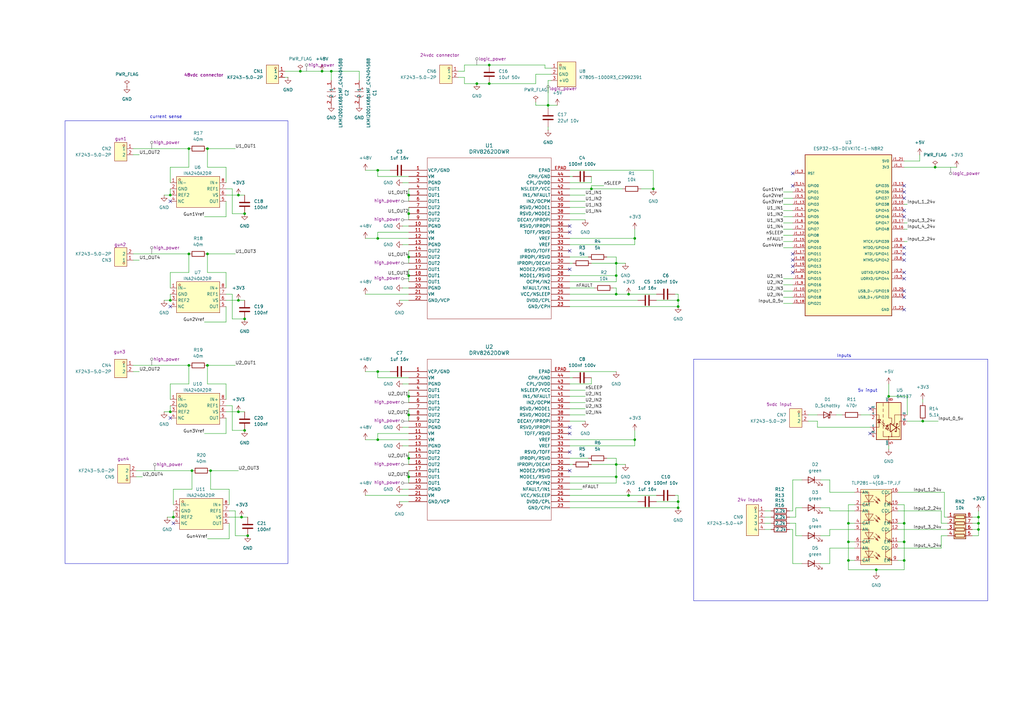
<source format=kicad_sch>
(kicad_sch (version 20250114) (generator "eeschema") (generator_version "9.0")
  (paper "A3")
  (rectangle (start 284.48 147.32) (end 405.13 246.38))
  (rectangle (start 26.67 49.53) (end 118.11 231.14))
  (text "Inputs" (at 346.202 146.05 0) (effects (font (size 1.27 1.27))))
  (text "how to add easyeda parts :\neasyeda2kicad --full --lcsc_id=(for example)C475222\nit will add it to \n/home/orkiman/Documents/Kicad/easyeda2kicad/" (at 188.214 -21.59 0) (effects (font (size 5.08 5.08))))
  (text "current sense" (at 68.072 48.006 0) (effects (font (size 1.27 1.27))))
  (text "5v input" (at 355.854 160.274 0) (effects (font (size 1.27 1.27))))
  (junction (at 252.73 113.03))
  (junction (at 347.98 222.25))
  (junction (at 154.94 69.85))
  (junction (at 195.58 34.29))
  (junction (at 252.73 190.5))
  (junction (at 77.47 149.86))
  (junction (at 347.98 229.87))
  (junction (at 167.64 170.18))
  (junction (at 252.73 107.95))
  (junction (at 267.97 77.47))
  (junction (at 278.13 123.19))
  (junction (at 85.09 149.86))
  (junction (at 359.41 233.68))
  (junction (at 401.32 214.63))
  (junction (at 69.85 168.91))
  (junction (at 69.85 80.01))
  (junction (at 167.64 162.56))
  (junction (at 401.32 212.09))
  (junction (at 97.79 80.01))
  (junction (at 252.73 120.65))
  (junction (at 383.54 68.58))
  (junction (at 69.85 123.19))
  (junction (at 154.94 152.4))
  (junction (at 167.64 80.01))
  (junction (at 167.64 87.63))
  (junction (at 167.64 195.58))
  (junction (at 101.6 219.71))
  (junction (at 257.81 203.2))
  (junction (at 86.36 193.04))
  (junction (at 132.08 29.21))
  (junction (at 200.66 34.29))
  (junction (at 370.84 222.25))
  (junction (at 78.74 193.04))
  (junction (at 167.64 105.41))
  (junction (at 154.94 97.79))
  (junction (at 97.79 123.19))
  (junction (at 364.49 162.56))
  (junction (at 100.33 87.63))
  (junction (at 100.33 176.53))
  (junction (at 370.84 229.87))
  (junction (at 278.13 125.73))
  (junction (at 278.13 205.74))
  (junction (at 167.64 187.96))
  (junction (at 401.32 217.17))
  (junction (at 278.13 208.28))
  (junction (at 100.33 130.81))
  (junction (at 167.64 113.03))
  (junction (at 260.35 180.34))
  (junction (at 224.79 43.18))
  (junction (at 135.89 29.21))
  (junction (at 242.57 77.47))
  (junction (at 99.06 212.09))
  (junction (at 370.84 214.63))
  (junction (at 200.66 26.67))
  (junction (at 257.81 120.65))
  (junction (at 97.79 168.91))
  (junction (at 378.46 172.72))
  (junction (at 123.19 29.21))
  (junction (at 85.09 60.96))
  (junction (at 85.09 104.14))
  (junction (at 77.47 60.96))
  (junction (at 252.73 195.58))
  (junction (at 260.35 97.79))
  (junction (at 154.94 180.34))
  (junction (at 77.47 104.14))
  (junction (at 71.12 212.09))
  (junction (at 347.98 214.63))
  (no_connect (at 356.87 167.64))
  (no_connect (at 370.84 81.28))
  (no_connect (at 370.84 88.9))
  (no_connect (at 370.84 121.92))
  (no_connect (at 370.84 76.2))
  (no_connect (at 325.12 76.2))
  (no_connect (at 69.85 125.73))
  (no_connect (at 370.84 106.68))
  (no_connect (at 69.85 171.45))
  (no_connect (at 370.84 86.36))
  (no_connect (at 233.68 193.04))
  (no_connect (at 370.84 101.6))
  (no_connect (at 233.68 95.25))
  (no_connect (at 233.68 185.42))
  (no_connect (at 356.87 177.8))
  (no_connect (at 325.12 104.14))
  (no_connect (at 69.85 82.55))
  (no_connect (at 233.68 110.49))
  (no_connect (at 325.12 71.12))
  (no_connect (at 233.68 177.8))
  (no_connect (at 233.68 102.87))
  (no_connect (at 370.84 119.38))
  (no_connect (at 370.84 104.14))
  (no_connect (at 370.84 114.3))
  (no_connect (at 370.84 127))
  (no_connect (at 71.12 214.63))
  (no_connect (at 370.84 111.76))
  (no_connect (at 325.12 106.68))
  (no_connect (at 233.68 92.71))
  (no_connect (at 325.12 111.76))
  (no_connect (at 233.68 175.26))
  (no_connect (at 325.12 109.22))
  (no_connect (at 370.84 78.74))
  (wire (pts (xy 233.68 69.85) (xy 267.97 69.85)))
  (wire (pts (xy 252.73 120.65) (xy 257.81 120.65)))
  (wire (pts (xy 95.25 120.65) (xy 95.25 130.81)))
  (wire (pts (xy 359.41 233.68) (xy 370.84 233.68)))
  (wire (pts (xy 233.68 180.34) (xy 260.35 180.34)))
  (wire (pts (xy 165.1 200.66) (xy 167.64 200.66)))
  (wire (pts (xy 95.25 166.37) (xy 95.25 176.53)))
  (wire (pts (xy 242.57 74.93) (xy 233.68 74.93)))
  (wire (pts (xy 190.5 29.21) (xy 190.5 26.67)))
  (wire (pts (xy 167.64 185.42) (xy 167.64 187.96)))
  (wire (pts (xy 323.85 214.63) (xy 326.39 214.63)))
  (wire (pts (xy 149.86 180.34) (xy 154.94 180.34)))
  (wire (pts (xy 54.61 106.68) (xy 57.15 106.68)))
  (wire (pts (xy 69.85 74.93) (xy 69.85 68.58)))
  (wire (pts (xy 116.84 31.75) (xy 118.11 31.75)))
  (wire (pts (xy 233.68 205.74) (xy 261.62 205.74)))
  (wire (pts (xy 233.68 195.58) (xy 252.73 195.58)))
  (wire (pts (xy 77.47 149.86) (xy 77.47 157.48)))
  (wire (pts (xy 242.57 154.94) (xy 242.57 157.48)))
  (wire (pts (xy 340.36 196.85) (xy 336.55 196.85)))
  (wire (pts (xy 323.85 212.09) (xy 326.39 212.09)))
  (wire (pts (xy 260.35 93.98) (xy 260.35 97.79)))
  (wire (pts (xy 368.3 222.25) (xy 370.84 222.25)))
  (wire (pts (xy 233.68 170.18) (xy 240.03 170.18)))
  (wire (pts (xy 135.89 29.21) (xy 147.32 29.21)))
  (wire (pts (xy 85.09 60.96) (xy 85.09 68.58)))
  (wire (pts (xy 167.64 85.09) (xy 167.64 87.63)))
  (wire (pts (xy 269.24 205.74) (xy 278.13 205.74)))
  (wire (pts (xy 325.12 217.17) (xy 325.12 231.14)))
  (wire (pts (xy 167.64 180.34) (xy 154.94 180.34)))
  (wire (pts (xy 92.71 171.45) (xy 92.71 177.8)))
  (wire (pts (xy 368.3 224.79) (xy 386.08 224.79)))
  (wire (pts (xy 187.96 31.75) (xy 190.5 31.75)))
  (wire (pts (xy 123.19 29.21) (xy 132.08 29.21)))
  (wire (pts (xy 226.06 33.02) (xy 224.79 33.02)))
  (wire (pts (xy 368.3 217.17) (xy 388.62 217.17)))
  (wire (pts (xy 350.52 224.79) (xy 340.36 224.79)))
  (wire (pts (xy 335.28 172.72) (xy 331.47 172.72)))
  (wire (pts (xy 149.86 152.4) (xy 154.94 152.4)))
  (wire (pts (xy 378.46 163.83) (xy 378.46 165.1)))
  (wire (pts (xy 77.47 60.96) (xy 77.47 68.58)))
  (wire (pts (xy 190.5 34.29) (xy 195.58 34.29)))
  (wire (pts (xy 278.13 123.19) (xy 278.13 125.73)))
  (wire (pts (xy 252.73 107.95) (xy 256.54 107.95)))
  (wire (pts (xy 78.74 193.04) (xy 78.74 200.66)))
  (wire (pts (xy 325.12 231.14) (xy 328.93 231.14)))
  (wire (pts (xy 97.79 123.19) (xy 100.33 123.19)))
  (wire (pts (xy 262.89 77.47) (xy 267.97 77.47)))
  (wire (pts (xy 252.73 198.12) (xy 252.73 195.58)))
  (wire (pts (xy 167.64 87.63) (xy 167.64 90.17)))
  (wire (pts (xy 219.71 41.91) (xy 219.71 43.18)))
  (wire (pts (xy 368.3 209.55) (xy 386.08 209.55)))
  (wire (pts (xy 149.86 203.2) (xy 167.64 203.2)))
  (wire (pts (xy 321.31 99.06) (xy 325.12 99.06)))
  (wire (pts (xy 370.84 229.87) (xy 370.84 233.68)))
  (wire (pts (xy 370.84 222.25) (xy 370.84 229.87)))
  (wire (pts (xy 233.68 120.65) (xy 252.73 120.65)))
  (wire (pts (xy 313.69 212.09) (xy 316.23 212.09)))
  (wire (pts (xy 223.52 26.67) (xy 200.66 26.67)))
  (wire (pts (xy 359.41 233.68) (xy 359.41 234.95)))
  (wire (pts (xy 165.1 175.26) (xy 167.64 175.26)))
  (wire (pts (xy 92.71 168.91) (xy 97.79 168.91)))
  (wire (pts (xy 233.68 80.01) (xy 240.03 80.01)))
  (wire (pts (xy 335.28 175.26) (xy 335.28 172.72)))
  (wire (pts (xy 368.3 214.63) (xy 370.84 214.63)))
  (wire (pts (xy 167.64 187.96) (xy 167.64 190.5)))
  (wire (pts (xy 340.36 217.17) (xy 340.36 219.71)))
  (wire (pts (xy 86.36 193.04) (xy 86.36 200.66)))
  (wire (pts (xy 233.68 208.28) (xy 278.13 208.28)))
  (wire (pts (xy 321.31 119.38) (xy 325.12 119.38)))
  (wire (pts (xy 233.68 187.96) (xy 241.3 187.96)))
  (wire (pts (xy 233.68 152.4) (xy 252.73 152.4)))
  (wire (pts (xy 350.52 207.01) (xy 347.98 207.01)))
  (wire (pts (xy 93.98 207.01) (xy 93.98 200.66)))
  (wire (pts (xy 116.84 29.21) (xy 123.19 29.21)))
  (wire (pts (xy 165.1 182.88) (xy 167.64 182.88)))
  (wire (pts (xy 167.64 72.39) (xy 154.94 72.39)))
  (wire (pts (xy 233.68 190.5) (xy 234.95 190.5)))
  (wire (pts (xy 92.71 123.19) (xy 97.79 123.19)))
  (wire (pts (xy 386.08 214.63) (xy 388.62 214.63)))
  (wire (pts (xy 248.92 187.96) (xy 252.73 187.96)))
  (wire (pts (xy 233.68 203.2) (xy 257.81 203.2)))
  (wire (pts (xy 93.98 220.98) (xy 85.09 220.98)))
  (wire (pts (xy 350.52 217.17) (xy 340.36 217.17)))
  (wire (pts (xy 325.12 209.55) (xy 325.12 196.85)))
  (wire (pts (xy 54.61 152.4) (xy 57.15 152.4)))
  (wire (pts (xy 163.83 123.19) (xy 167.64 123.19)))
  (wire (pts (xy 242.57 72.39) (xy 242.57 74.93)))
  (wire (pts (xy 92.71 80.01) (xy 97.79 80.01)))
  (wire (pts (xy 340.36 219.71) (xy 336.55 219.71)))
  (wire (pts (xy 370.84 229.87) (xy 368.3 229.87)))
  (wire (pts (xy 92.71 77.47) (xy 95.25 77.47)))
  (wire (pts (xy 69.85 120.65) (xy 69.85 123.19)))
  (wire (pts (xy 267.97 69.85) (xy 267.97 77.47)))
  (wire (pts (xy 321.31 124.46) (xy 325.12 124.46)))
  (wire (pts (xy 167.64 105.41) (xy 167.64 107.95)))
  (wire (pts (xy 257.81 120.65) (xy 269.24 120.65)))
  (wire (pts (xy 233.68 87.63) (xy 240.03 87.63)))
  (wire (pts (xy 224.79 43.18) (xy 224.79 44.45)))
  (wire (pts (xy 398.78 217.17) (xy 401.32 217.17)))
  (wire (pts (xy 321.31 83.82) (xy 325.12 83.82)))
  (wire (pts (xy 401.32 214.63) (xy 401.32 217.17)))
  (wire (pts (xy 328.93 208.28) (xy 326.39 208.28)))
  (wire (pts (xy 92.71 74.93) (xy 92.71 68.58)))
  (wire (pts (xy 347.98 229.87) (xy 347.98 233.68)))
  (wire (pts (xy 219.71 43.18) (xy 224.79 43.18)))
  (wire (pts (xy 386.08 209.55) (xy 386.08 214.63)))
  (wire (pts (xy 167.64 95.25) (xy 154.94 95.25)))
  (wire (pts (xy 276.86 203.2) (xy 278.13 203.2)))
  (wire (pts (xy 85.09 149.86) (xy 96.52 149.86)))
  (wire (pts (xy 321.31 101.6) (xy 325.12 101.6)))
  (wire (pts (xy 226.06 27.94) (xy 223.52 27.94)))
  (wire (pts (xy 93.98 200.66) (xy 86.36 200.66)))
  (wire (pts (xy 260.35 176.53) (xy 260.35 180.34)))
  (wire (pts (xy 167.64 154.94) (xy 154.94 154.94)))
  (wire (pts (xy 165.1 74.93) (xy 167.64 74.93)))
  (wire (pts (xy 368.3 207.01) (xy 370.84 207.01)))
  (wire (pts (xy 387.35 201.93) (xy 387.35 212.09)))
  (wire (pts (xy 233.68 82.55) (xy 240.03 82.55)))
  (wire (pts (xy 370.84 214.63) (xy 370.84 222.25)))
  (wire (pts (xy 234.95 72.39) (xy 233.68 72.39)))
  (wire (pts (xy 190.5 31.75) (xy 190.5 34.29)))
  (wire (pts (xy 97.79 80.01) (xy 100.33 80.01)))
  (wire (pts (xy 386.08 224.79) (xy 386.08 219.71)))
  (wire (pts (xy 242.57 76.2) (xy 247.65 76.2)))
  (wire (pts (xy 233.68 97.79) (xy 260.35 97.79)))
  (wire (pts (xy 167.64 113.03) (xy 167.64 115.57)))
  (wire (pts (xy 167.64 193.04) (xy 167.64 195.58)))
  (wire (pts (xy 252.73 105.41) (xy 252.73 107.95)))
  (wire (pts (xy 326.39 214.63) (xy 326.39 219.71)))
  (wire (pts (xy 195.58 34.29) (xy 200.66 34.29)))
  (wire (pts (xy 364.49 157.48) (xy 364.49 162.56)))
  (wire (pts (xy 242.57 76.2) (xy 242.57 77.47)))
  (wire (pts (xy 233.68 100.33) (xy 260.35 100.33)))
  (wire (pts (xy 233.68 200.66) (xy 238.76 200.66)))
  (wire (pts (xy 68.58 212.09) (xy 71.12 212.09)))
  (wire (pts (xy 167.64 177.8) (xy 154.94 177.8)))
  (wire (pts (xy 278.13 120.65) (xy 278.13 123.19)))
  (wire (pts (xy 147.32 33.02) (xy 147.32 29.21)))
  (wire (pts (xy 347.98 207.01) (xy 347.98 214.63)))
  (wire (pts (xy 71.12 209.55) (xy 71.12 212.09)))
  (wire (pts (xy 350.52 222.25) (xy 347.98 222.25)))
  (wire (pts (xy 233.68 85.09) (xy 240.03 85.09)))
  (wire (pts (xy 242.57 157.48) (xy 233.68 157.48)))
  (wire (pts (xy 321.31 96.52) (xy 325.12 96.52)))
  (wire (pts (xy 233.68 165.1) (xy 240.03 165.1)))
  (wire (pts (xy 219.71 34.29) (xy 200.66 34.29)))
  (wire (pts (xy 97.79 168.91) (xy 100.33 168.91)))
  (wire (pts (xy 95.25 130.81) (xy 100.33 130.81)))
  (wire (pts (xy 372.11 172.72) (xy 378.46 172.72)))
  (wire (pts (xy 54.61 104.14) (xy 77.47 104.14)))
  (wire (pts (xy 233.68 107.95) (xy 234.95 107.95)))
  (wire (pts (xy 54.61 60.96) (xy 77.47 60.96)))
  (wire (pts (xy 233.68 172.72) (xy 240.03 172.72)))
  (wire (pts (xy 92.71 125.73) (xy 92.71 132.08)))
  (wire (pts (xy 368.3 201.93) (xy 387.35 201.93)))
  (wire (pts (xy 92.71 82.55) (xy 92.71 88.9)))
  (wire (pts (xy 335.28 175.26) (xy 356.87 175.26)))
  (wire (pts (xy 342.9 170.18) (xy 345.44 170.18)))
  (wire (pts (xy 233.68 167.64) (xy 240.03 167.64)))
  (wire (pts (xy 364.49 162.56) (xy 372.11 162.56)))
  (wire (pts (xy 85.09 60.96) (xy 96.52 60.96)))
  (wire (pts (xy 71.12 207.01) (xy 71.12 200.66)))
  (wire (pts (xy 132.08 29.21) (xy 135.89 29.21)))
  (wire (pts (xy 321.31 93.98) (xy 325.12 93.98)))
  (wire (pts (xy 233.68 198.12) (xy 252.73 198.12)))
  (wire (pts (xy 95.25 87.63) (xy 100.33 87.63)))
  (wire (pts (xy 347.98 214.63) (xy 347.98 222.25)))
  (wire (pts (xy 167.64 162.56) (xy 167.64 165.1)))
  (wire (pts (xy 233.68 182.88) (xy 260.35 182.88)))
  (wire (pts (xy 233.68 77.47) (xy 242.57 77.47)))
  (wire (pts (xy 67.31 123.19) (xy 69.85 123.19)))
  (wire (pts (xy 226.06 30.48) (xy 219.71 30.48)))
  (wire (pts (xy 260.35 97.79) (xy 260.35 100.33)))
  (wire (pts (xy 340.36 231.14) (xy 336.55 231.14)))
  (wire (pts (xy 92.71 166.37) (xy 95.25 166.37)))
  (wire (pts (xy 154.94 97.79) (xy 154.94 95.25)))
  (wire (pts (xy 154.94 69.85) (xy 154.94 72.39)))
  (wire (pts (xy 93.98 214.63) (xy 93.98 220.98)))
  (wire (pts (xy 167.64 170.18) (xy 167.64 172.72)))
  (wire (pts (xy 160.02 69.85) (xy 154.94 69.85)))
  (wire (pts (xy 377.19 66.04) (xy 370.84 66.04)))
  (wire (pts (xy 323.85 217.17) (xy 325.12 217.17)))
  (wire (pts (xy 350.52 209.55) (xy 340.36 209.55)))
  (wire (pts (xy 331.47 170.18) (xy 335.28 170.18)))
  (wire (pts (xy 93.98 209.55) (xy 96.52 209.55)))
  (wire (pts (xy 165.1 118.11) (xy 167.64 118.11)))
  (wire (pts (xy 95.25 176.53) (xy 100.33 176.53)))
  (wire (pts (xy 372.11 162.56) (xy 372.11 170.18)))
  (wire (pts (xy 350.52 201.93) (xy 340.36 201.93)))
  (wire (pts (xy 69.85 163.83) (xy 69.85 157.48)))
  (wire (pts (xy 321.31 81.28) (xy 325.12 81.28)))
  (wire (pts (xy 233.68 90.17) (xy 240.03 90.17)))
  (wire (pts (xy 252.73 115.57) (xy 252.73 113.03)))
  (wire (pts (xy 149.86 97.79) (xy 154.94 97.79)))
  (wire (pts (xy 233.68 160.02) (xy 240.03 160.02)))
  (wire (pts (xy 321.31 88.9) (xy 325.12 88.9)))
  (wire (pts (xy 340.36 208.28) (xy 336.55 208.28)))
  (wire (pts (xy 167.64 167.64) (xy 167.64 170.18)))
  (wire (pts (xy 392.43 68.58) (xy 383.54 68.58)))
  (wire (pts (xy 154.94 152.4) (xy 154.94 154.94)))
  (wire (pts (xy 233.68 113.03) (xy 252.73 113.03)))
  (wire (pts (xy 398.78 214.63) (xy 401.32 214.63)))
  (wire (pts (xy 321.31 114.3) (xy 325.12 114.3)))
  (wire (pts (xy 69.85 68.58) (xy 77.47 68.58)))
  (wire (pts (xy 167.64 195.58) (xy 167.64 198.12)))
  (wire (pts (xy 401.32 217.17) (xy 401.32 219.71)))
  (wire (pts (xy 234.95 154.94) (xy 233.68 154.94)))
  (wire (pts (xy 233.68 125.73) (xy 278.13 125.73)))
  (wire (pts (xy 92.71 120.65) (xy 95.25 120.65)))
  (wire (pts (xy 260.35 180.34) (xy 260.35 182.88)))
  (wire (pts (xy 69.85 77.47) (xy 69.85 80.01)))
  (wire (pts (xy 165.1 157.48) (xy 167.64 157.48)))
  (wire (pts (xy 92.71 163.83) (xy 92.71 157.48)))
  (wire (pts (xy 167.64 77.47) (xy 167.64 80.01)))
  (wire (pts (xy 242.57 77.47) (xy 255.27 77.47)))
  (wire (pts (xy 71.12 200.66) (xy 78.74 200.66)))
  (wire (pts (xy 326.39 208.28) (xy 326.39 212.09)))
  (wire (pts (xy 313.69 217.17) (xy 316.23 217.17)))
  (wire (pts (xy 92.71 111.76) (xy 85.09 111.76)))
  (wire (pts (xy 313.69 214.63) (xy 316.23 214.63)))
  (wire (pts (xy 323.85 209.55) (xy 325.12 209.55)))
  (wire (pts (xy 370.84 91.44) (xy 372.11 91.44)))
  (wire (pts (xy 398.78 212.09) (xy 401.32 212.09)))
  (wire (pts (xy 69.85 111.76) (xy 77.47 111.76)))
  (wire (pts (xy 233.68 115.57) (xy 252.73 115.57)))
  (wire (pts (xy 401.32 212.09) (xy 401.32 214.63)))
  (wire (pts (xy 252.73 118.11) (xy 252.73 120.65)))
  (wire (pts (xy 167.64 97.79) (xy 154.94 97.79)))
  (wire (pts (xy 92.71 132.08) (xy 83.82 132.08)))
  (wire (pts (xy 370.84 99.06) (xy 372.11 99.06)))
  (wire (pts (xy 54.61 149.86) (xy 77.47 149.86)))
  (wire (pts (xy 55.88 195.58) (xy 58.42 195.58)))
  (wire (pts (xy 92.71 157.48) (xy 85.09 157.48)))
  (wire (pts (xy 93.98 212.09) (xy 99.06 212.09)))
  (wire (pts (xy 370.84 83.82) (xy 372.11 83.82)))
  (wire (pts (xy 69.85 157.48) (xy 77.47 157.48)))
  (wire (pts (xy 67.31 80.01) (xy 69.85 80.01)))
  (wire (pts (xy 69.85 166.37) (xy 69.85 168.91)))
  (wire (pts (xy 85.09 104.14) (xy 85.09 111.76)))
  (wire (pts (xy 326.39 219.71) (xy 328.93 219.71)))
  (wire (pts (xy 242.57 190.5) (xy 252.73 190.5)))
  (wire (pts (xy 386.08 219.71) (xy 388.62 219.71)))
  (wire (pts (xy 167.64 110.49) (xy 167.64 113.03)))
  (wire (pts (xy 135.89 29.21) (xy 135.89 33.02)))
  (wire (pts (xy 340.36 209.55) (xy 340.36 208.28)))
  (wire (pts (xy 278.13 205.74) (xy 278.13 208.28)))
  (wire (pts (xy 398.78 219.71) (xy 401.32 219.71)))
  (wire (pts (xy 359.41 233.68) (xy 347.98 233.68)))
  (wire (pts (xy 187.96 29.21) (xy 190.5 29.21)))
  (wire (pts (xy 219.71 30.48) (xy 219.71 34.29)))
  (wire (pts (xy 224.79 33.02) (xy 224.79 43.18)))
  (wire (pts (xy 347.98 222.25) (xy 347.98 229.87)))
  (wire (pts (xy 67.31 168.91) (xy 69.85 168.91)))
  (wire (pts (xy 370.84 207.01) (xy 370.84 214.63)))
  (wire (pts (xy 387.35 212.09) (xy 388.62 212.09)))
  (wire (pts (xy 149.86 120.65) (xy 167.64 120.65)))
  (wire (pts (xy 313.69 209.55) (xy 316.23 209.55)))
  (wire (pts (xy 252.73 190.5) (xy 252.73 195.58)))
  (wire (pts (xy 276.86 120.65) (xy 278.13 120.65)))
  (wire (pts (xy 54.61 63.5) (xy 57.15 63.5)))
  (wire (pts (xy 190.5 26.67) (xy 200.66 26.67)))
  (wire (pts (xy 86.36 193.04) (xy 97.79 193.04)))
  (wire (pts (xy 242.57 107.95) (xy 252.73 107.95)))
  (wire (pts (xy 167.64 160.02) (xy 167.64 162.56)))
  (wire (pts (xy 223.52 27.94) (xy 223.52 26.67)))
  (wire (pts (xy 251.46 118.11) (xy 252.73 118.11)))
  (wire (pts (xy 167.64 102.87) (xy 167.64 105.41)))
  (wire (pts (xy 321.31 86.36) (xy 325.12 86.36)))
  (wire (pts (xy 85.09 149.86) (xy 85.09 157.48)))
  (wire (pts (xy 96.52 219.71) (xy 101.6 219.71)))
  (wire (pts (xy 149.86 69.85) (xy 154.94 69.85)))
  (wire (pts (xy 340.36 224.79) (xy 340.36 231.14)))
  (wire (pts (xy 340.36 201.93) (xy 340.36 196.85)))
  (wire (pts (xy 163.83 205.74) (xy 167.64 205.74)))
  (wire (pts (xy 69.85 118.11) (xy 69.85 111.76)))
  (wire (pts (xy 233.68 162.56) (xy 240.03 162.56)))
  (wire (pts (xy 99.06 212.09) (xy 101.6 212.09)))
  (wire (pts (xy 92.71 118.11) (xy 92.71 111.76)))
  (wire (pts (xy 401.32 209.55) (xy 401.32 212.09)))
  (wire (pts (xy 165.1 92.71) (xy 167.64 92.71)))
  (wire (pts (xy 321.31 78.74) (xy 325.12 78.74)))
  (wire (pts (xy 252.73 190.5) (xy 256.54 190.5)))
  (wire (pts (xy 167.64 80.01) (xy 167.64 82.55)))
  (wire (pts (xy 154.94 180.34) (xy 154.94 177.8)))
  (wire (pts (xy 325.12 196.85) (xy 328.93 196.85)))
  (wire (pts (xy 224.79 43.18) (xy 228.6 43.18)))
  (wire (pts (xy 321.31 116.84) (xy 325.12 116.84)))
  (wire (pts (xy 252.73 187.96) (xy 252.73 190.5)))
  (wire (pts (xy 95.25 77.47) (xy 95.25 87.63)))
  (wire (pts (xy 55.88 193.04) (xy 78.74 193.04)))
  (wire (pts (xy 224.79 52.07) (xy 224.79 53.34)))
  (wire (pts (xy 248.92 105.41) (xy 252.73 105.41)))
  (wire (pts (xy 85.09 104.14) (xy 96.52 104.14)))
  (wire (pts (xy 77.47 104.14) (xy 77.47 111.76)))
  (wire (pts (xy 378.46 172.72) (xy 384.81 172.72)))
  (wire (pts (xy 377.19 63.5) (xy 377.19 66.04)))
  (wire (pts (xy 278.13 203.2) (xy 278.13 205.74)))
  (wire (pts (xy 233.68 105.41) (xy 241.3 105.41)))
  (wire (pts (xy 321.31 91.44) (xy 325.12 91.44)))
  (wire (pts (xy 383.54 68.58) (xy 370.84 68.58)))
  (wire (pts (xy 353.06 170.18) (xy 356.87 170.18)))
  (wire (pts (xy 96.52 209.55) (xy 96.52 219.71)))
  (wire (pts (xy 243.84 118.11) (xy 233.68 118.11)))
  (wire (pts (xy 257.81 203.2) (xy 269.24 203.2)))
  (wire (pts (xy 350.52 214.63) (xy 347.98 214.63)))
  (wire (pts (xy 165.1 100.33) (xy 167.64 100.33)))
  (wire (pts (xy 370.84 93.98) (xy 372.11 93.98)))
  (wire (pts (xy 92.71 68.58) (xy 85.09 68.58)))
  (wire (pts (xy 269.24 123.19) (xy 278.13 123.19)))
  (wire (pts (xy 364.49 182.88) (xy 364.49 184.15)))
  (wire (pts (xy 92.71 88.9) (xy 83.82 88.9)))
  (wire (pts (xy 350.52 229.87) (xy 347.98 229.87)))
  (wire (pts (xy 92.71 177.8) (xy 83.82 177.8)))
  (wire (pts (xy 160.02 152.4) (xy 154.94 152.4)))
  (wire (pts (xy 321.31 121.92) (xy 325.12 121.92)))
  (wire (pts (xy 252.73 107.95) (xy 252.73 113.03)))
  (wire (pts (xy 233.68 123.19) (xy 261.62 123.19)))
  (label "U2_OUT2" (at 57.15 152.4 0))
  (label "U2_OUT3" (at 167.64 195.58 180))
  (label "U1_OUT2" (at 57.15 63.5 0))
  (label "Input_1_24v" (at 372.11 83.82 0))
  (label "Gun1Vref" (at 321.31 78.74 180))
  (label "Gun4Vref" (at 85.09 220.98 180))
  (label "Input_2_24v" (at 372.11 99.06 0))
  (label "nSLEEP" (at 240.03 160.02 0))
  (label "U2_IN1" (at 240.03 162.56 0))
  (label "Input_2_24v" (at 374.65 209.55 0))
  (label "U2_IN4" (at 321.31 121.92 180))
  (label "Input_0_5v" (at 384.81 172.72 0))
  (label "Gun2Vref" (at 83.82 132.08 180))
  (label "U1_IN3" (at 321.31 91.44 180))
  (label "nFAULT" (at 321.31 99.06 180))
  (label "nFAULT" (at 238.76 200.66 0))
  (label "U1_OUT4" (at 57.15 106.68 0))
  (label "U1_IN2" (at 240.03 82.55 0))
  (label "U1_IN1" (at 240.03 80.01 0))
  (label "U1_IN4" (at 321.31 93.98 180))
  (label "U2_IN3" (at 240.03 167.64 0))
  (label "Gun1Vref" (at 83.82 88.9 180))
  (label "U1_IN4" (at 240.03 87.63 0))
  (label "nSLEEP" (at 247.65 76.2 0))
  (label "U2_OUT1" (at 167.64 162.56 180))
  (label "U2_IN2" (at 321.31 116.84 180))
  (label "U2_IN4" (at 240.03 170.18 0))
  (label "U2_IN3" (at 321.31 119.38 180))
  (label "Gun3Vref" (at 321.31 83.82 180))
  (label "U2_IN2" (at 240.03 165.1 0))
  (label "U2_OUT2" (at 167.64 170.18 180))
  (label "U1_IN3" (at 240.03 85.09 0))
  (label "U1_OUT1" (at 167.64 80.01 180))
  (label "U1_IN2" (at 321.31 88.9 180))
  (label "U1_OUT2" (at 167.64 87.63 180))
  (label "U1_OUT3" (at 167.64 113.03 180))
  (label "Input_1_24v" (at 374.65 201.93 0))
  (label "U2_OUT4" (at 167.64 187.96 180))
  (label "U1_OUT3" (at 96.52 104.14 0))
  (label "U1_OUT1" (at 96.52 60.96 0))
  (label "Input_3_24v" (at 374.65 217.17 0))
  (label "Input_0_5v" (at 321.31 124.46 180))
  (label "nSLEEP" (at 321.31 96.52 180))
  (label "U1_OUT4" (at 167.64 105.41 180))
  (label "Input_4_24v" (at 374.65 224.79 0))
  (label "U1_IN1" (at 321.31 86.36 180))
  (label "Gun2Vref" (at 321.31 81.28 180))
  (label "Input_3_24v" (at 372.11 91.44 0))
  (label "U2_OUT1" (at 96.52 149.86 0))
  (label "U2_OUT3" (at 97.79 193.04 0))
  (label "Input_4_24v" (at 372.11 93.98 0))
  (label "nFAULT" (at 236.22 118.11 0))
  (label "Gun4Vref" (at 321.31 101.6 180))
  (label "U2_IN1" (at 321.31 114.3 180))
  (label "Gun3Vref" (at 83.82 177.8 180))
  (label "U2_OUT4" (at 58.42 195.58 0))
  (netclass_flag "" (length 2.54) (shape round) (at 167.64 82.55 90) (property "Netclass" "high_power" (at 153.416 82.296 0) (effects (justify left))))
  (netclass_flag "" (length 2.54) (shape round) (at 224.79 38.1 0) (property "Netclass" "logic_power" (at 225.298 36.322 0) (effects (justify left))))
  (netclass_flag "" (length 2.54) (shape round) (at 167.64 114.3 90) (property "Netclass" "high_power" (at 153.416 114.046 0) (effects (justify left))))
  (netclass_flag "" (length 2.54) (shape round) (at 167.64 90.17 90) (property "Netclass" "high_power" (at 153.416 89.916 0) (effects (justify left))))
  (netclass_flag "" (length 2.54) (shape round) (at 62.23 60.96 0) (property "Netclass" "high_power" (at 62.9285 58.42 0) (effects (justify left))))
  (netclass_flag "" (length 2.54) (shape round) (at 167.64 172.72 90) (property "Netclass" "high_power" (at 153.416 172.466 0) (effects (justify left))))
  (netclass_flag "" (length 2.54) (shape round) (at 167.64 198.12 90) (property "Netclass" "high_power" (at 153.416 197.866 0) (effects (justify left))))
  (netclass_flag "" (length 2.54) (shape round) (at 167.64 107.95 90) (property "Netclass" "high_power" (at 153.416 107.696 0) (effects (justify left))))
  (netclass_flag "" (length 2.54) (shape round) (at 62.23 149.86 0) (property "Netclass" "high_power" (at 62.9285 147.32 0) (effects (justify left))))
  (netclass_flag "" (length 2.54) (shape round) (at 389.89 68.58 180) (property "Netclass" "logic_power" (at 390.5885 71.12 0) (effects (justify left))))
  (netclass_flag "" (length 2.54) (shape round) (at 167.64 190.5 90) (property "Netclass" "high_power" (at 153.416 190.246 0) (effects (justify left))))
  (netclass_flag "" (length 2.54) (shape round) (at 195.58 26.67 0) (property "Netclass" "logic_power" (at 196.2785 24.13 0) (effects (justify left))))
  (netclass_flag "" (length 2.54) (shape round) (at 125.73 29.21 0) (property "Netclass" "high_power" (at 126.4285 26.67 0) (effects (justify left))))
  (netclass_flag "" (length 2.54) (shape round) (at 62.23 104.14 0) (property "Netclass" "high_power" (at 62.9285 101.6 0) (effects (justify left))))
  (netclass_flag "" (length 2.54) (shape round) (at 167.64 165.1 90) (property "Netclass" "high_power" (at 153.416 164.846 0) (effects (justify left))))
  (netclass_flag "" (length 2.54) (shape round) (at 63.5 193.04 0) (property "Netclass" "high_power" (at 64.1985 190.5 0) (effects (justify left))))
  (symbol (lib_id "Device:R") (at 320.04 209.55 90) (unit 1)
    (property "Reference" "R12" (at 319.786 200.66 90))
    (property "Value" "2.2k" (at 320.04 209.55 90))
    (property "Footprint" "Resistor_SMD:R_1206_3216Metric" (effects (hide yes)))
    (property "Description" "Resistor" (effects (hide yes)))
  )
  (symbol (lib_id "power:GND") (at 252.73 152.4 0) (unit 1)
    (property "Reference" "#PWR027" (effects (hide yes)))
    (property "Value" "GND" (at 252.73 157.48 0))
    (property "Description" "Power symbol creates a global label with name \"GND\" , ground" (effects (hide yes)))
  )
  (symbol (lib_id "Device:LED") (at 332.74 208.28 0) (mirror y) (unit 1)
    (property "Reference" "D3" (at 334.3275 201.93 0))
    (property "Value" "green" (at 334.3275 204.47 0))
    (property "Footprint" "LED_SMD:LED_0805_2012Metric" (effects (hide yes)))
    (property "Description" "Light emitting diode" (effects (hide yes)))
    (property "Sim.Pins" "1=K 2=A" (effects (hide yes)))
    (property "lcsc" "C2297" (effects (hide yes)))
  )
  (symbol (lib_id "Device:R") (at 245.11 187.96 90) (unit 1)
    (property "Reference" "R6" (at 245.11 181.61 90))
    (property "Value" "5k" (at 245.11 184.15 90))
    (property "Footprint" "Resistor_SMD:R_0603_1608Metric" (effects (hide yes)))
    (property "Description" "Resistor" (effects (hide yes)))
  )
  (symbol (lib_id "power:+5V") (at 228.6 43.18 0) (unit 1)
    (property "Reference" "#PWR044" (effects (hide yes)))
    (property "Value" "+5V" (at 228.6 38.1 0))
    (property "Description" "Power symbol creates a global label with name \"+5V\"" (effects (hide yes)))
  )
  (symbol (lib_id "power:GND") (at 101.6 219.71 0) (unit 1)
    (property "Reference" "#PWR060" (effects (hide yes)))
    (property "Value" "GND" (at 101.6 224.79 0))
    (property "Description" "Power symbol creates a global label with name \"GND\" , ground" (effects (hide yes)))
  )
  (symbol (lib_id "power:GND") (at 165.1 118.11 270) (unit 1)
    (property "Reference" "#PWR047" (effects (hide yes)))
    (property "Value" "GND" (at 161.29 118.1099 90) (effects (justify right)))
    (property "Description" "Power symbol creates a global label with name \"GND\" , ground" (effects (hide yes)))
  )
  (symbol (lib_id "power:GND") (at 118.11 31.75 0) (unit 1)
    (property "Reference" "#PWR08" (effects (hide yes)))
    (property "Value" "GND" (at 118.11 36.83 0))
    (property "Description" "Power symbol creates a global label with name \"GND\" , ground" (effects (hide yes)))
  )
  (symbol (lib_id "power:GND") (at 278.13 208.28 0) (unit 1)
    (property "Reference" "#PWR025" (effects (hide yes)))
    (property "Value" "GND" (at 278.13 213.36 0))
    (property "Description" "Power symbol creates a global label with name \"GND\" , ground" (effects (hide yes)))
  )
  (symbol (lib_id "power:PWR_FLAG") (at 52.07 35.56 0) (unit 1)
    (property "Reference" "#FLG02" (effects (hide yes)))
    (property "Value" "PWR_FLAG" (at 52.07 30.48 0))
    (property "Description" "Special symbol for telling ERC where power comes from" (effects (hide yes)))
  )
  (symbol (lib_id "Device:R_Pack04") (at 393.7 217.17 270) (unit 1)
    (property "Reference" "RN2" (at 393.7 205.74 90))
    (property "Value" "10k" (at 393.7 208.28 90))
    (property "Footprint" "Resistor_SMD:R_Array_Convex_4x0603" (effects (hide yes)))
    (property "Description" "4 resistor network, parallel topology" (effects (hide yes)))
  )
  (symbol (lib_id "power:GND") (at 100.33 87.63 0) (unit 1)
    (property "Reference" "#PWR039" (effects (hide yes)))
    (property "Value" "GND" (at 100.33 92.71 0))
    (property "Description" "Power symbol creates a global label with name \"GND\" , ground" (effects (hide yes)))
  )
  (symbol (lib_id "power:PWR_FLAG") (at 123.19 29.21 0) (unit 1)
    (property "Reference" "#FLG01" (effects (hide yes)))
    (property "Value" "PWR_FLAG" (at 123.19 24.13 0))
    (property "Description" "Special symbol for telling ERC where power comes from" (effects (hide yes)))
  )
  (symbol (lib_id "power:PWR_FLAG") (at 219.71 41.91 0) (unit 1)
    (property "Reference" "#FLG03" (effects (hide yes)))
    (property "Value" "PWR_FLAG" (at 219.71 36.83 0))
    (property "Description" "Special symbol for telling ERC where power comes from" (effects (hide yes)))
  )
  (symbol (lib_id "Device:R") (at 320.04 217.17 90) (unit 1)
    (property "Reference" "R16" (at 319.786 207.264 90))
    (property "Value" "2.2k" (at 320.294 217.17 90))
    (property "Footprint" "Resistor_SMD:R_1206_3216Metric" (effects (hide yes)))
    (property "Description" "Resistor" (effects (hide yes)))
  )
  (symbol (lib_id "Device:D_Schottky") (at 339.09 170.18 0) (mirror y) (unit 1)
    (property "Reference" "D1" (at 339.4075 163.83 0))
    (property "Value" "D_Schottky" (at 339.4075 166.37 0))
    (property "Footprint" "Package_TO_SOT_SMD:SOT-23" (effects (hide yes)))
    (property "Description" "Schottky diode" (effects (hide yes)))
    (property "lcsc" "C85084" (effects (hide yes)))
  )
  (symbol (lib_id "easyeda2kicad:KF243-5.0-2P") (at 49.53 151.13 0) (mirror y) (unit 1)
    (property "Reference" "CN4" (at 45.72 149.8599 0) (effects (justify left)))
    (property "Value" "KF243-5.0-2P" (at 45.72 152.3999 0) (effects (justify left)))
    (property "Footprint" "easyeda2kicad:CONN-TH_P5.00_KF243-5.0-2P" (effects (hide yes)))
    (property "Datasheet" "https://lcsc.com/product-detail/New-Quadratic-Unclassified-Data_Cixi-Kefa-Elec-KF243-5-0-2P_C475222.html" (effects (hide yes)))
    (property "Description" "gun3" (at 49.022 144.272 0))
    (property "LCSC Part" "C475222" (effects (hide yes)))
  )
  (symbol (lib_id "power:GND") (at 147.32 43.18 0) (unit 1)
    (property "Reference" "#PWR05" (effects (hide yes)))
    (property "Value" "GND" (at 147.32 48.26 0))
    (property "Description" "Power symbol creates a global label with name \"GND\" , ground" (effects (hide yes)))
  )
  (symbol (lib_id "power:GND") (at 195.58 34.29 0) (unit 1)
    (property "Reference" "#PWR041" (effects (hide yes)))
    (property "Value" "GND" (at 195.58 39.37 0))
    (property "Description" "Power symbol creates a global label with name \"GND\" , ground" (effects (hide yes)))
  )
  (symbol (lib_id "power:+5V") (at 377.19 63.5 0) (unit 1)
    (property "Reference" "#PWR043" (effects (hide yes)))
    (property "Value" "+5V" (at 377.19 58.42 0))
    (property "Description" "Power symbol creates a global label with name \"+5V\"" (effects (hide yes)))
  )
  (symbol (lib_id "power:GND") (at 359.41 234.95 0) (unit 1)
    (property "Reference" "#PWR045" (effects (hide yes)))
    (property "Value" "GND" (at 359.41 240.03 0))
    (property "Description" "Power symbol creates a global label with name \"GND\" , ground" (effects (hide yes)))
  )
  (symbol (lib_id "ESP32-S3-DEVKITC-1-N8R2:ESP32-S3-DEVKITC-1-N8R2") (at 347.98 96.52 0) (unit 1)
    (property "Reference" "U3" (at 347.98 58.42 0))
    (property "Value" "ESP32-S3-DEVKITC-1-N8R2" (at 347.98 60.96 0))
    (property "Footprint" "ESP32-S3-DEVKITC-1-N8R2:XCVR_ESP32-S3-DEVKITC-1-N8R2" (effects (hide yes)))
    (property "MF" "Espressif Systems" (effects (hide yes)))
    (property "Description_1" "WiFi Development Tools - 802.11 ESP32-S3 general-purpose development board, embeds ESP32-S3-WROOM-1-N8R2, with pin header" (effects (hide yes)))
    (property "Package" "None" (effects (hide yes)))
    (property "Price" "None" (effects (hide yes)))
    (property "Check_prices" "https://www.snapeda.com/parts/ESP32-S3-DEVKITC-1-N8R2/Espressif+Systems/view-part/?ref=eda" (effects (hide yes)))
    (property "STANDARD" "Manufacturer Recommendations" (effects (hide yes)))
    (property "PARTREV" "V1" (effects (hide yes)))
    (property "SnapEDA_Link" "https://www.snapeda.com/parts/ESP32-S3-DEVKITC-1-N8R2/Espressif+Systems/view-part/?ref=snap" (effects (hide yes)))
    (property "MP" "ESP32-S3-DEVKITC-1-N8R2" (effects (hide yes)))
    (property "Availability" "In Stock" (effects (hide yes)))
    (property "MANUFACTURER" "Espressif" (effects (hide yes)))
  )
  (symbol (lib_id "easyeda2kicad:K7805-1000R3_C2992391") (at 232.41 30.48 0) (unit 1)
    (property "Reference" "U8" (at 237.49 29.2099 0) (effects (justify left)))
    (property "Value" "K7805-1000R3_C2992391" (at 237.49 31.7499 0) (effects (justify left)))
    (property "Footprint" "easyeda2kicad:PWRM-TH_YLPTEC_K78XX-1000R3" (effects (hide yes)))
    (property "LCSC Part" "C2992391" (effects (hide yes)))
  )
  (symbol (lib_id "easyeda2kicad:LKMI2001K681MF_C42404588") (at 147.32 38.1 270) (unit 1)
    (property "Reference" "C1" (at 153.67 38.1 0))
    (property "Value" "LKMI2001K681MF_C42404588" (at 151.13 38.1 0))
    (property "Footprint" "easyeda2kicad:CAP-TH_BD16.0-P7.50-D0.8-FD" (effects (hide yes)))
    (property "LCSC Part" "C42404588" (effects (hide yes)))
  )
  (symbol (lib_id "power:GND") (at 240.03 172.72 0) (unit 1)
    (property "Reference" "#PWR020" (effects (hide yes)))
    (property "Value" "GND" (at 240.03 177.8 0))
    (property "Description" "Power symbol creates a global label with name \"GND\" , ground" (effects (hide yes)))
  )
  (symbol (lib_id "Device:R") (at 245.11 105.41 90) (unit 1)
    (property "Reference" "R4" (at 245.11 99.06 90))
    (property "Value" "5k" (at 245.11 101.6 90))
    (property "Footprint" "Resistor_SMD:R_0603_1608Metric" (effects (hide yes)))
    (property "Description" "Resistor" (effects (hide yes)))
  )
  (symbol (lib_id "easyeda2kicad:INA240A2DR") (at 81.28 78.74 0) (unit 1)
    (property "Reference" "U6" (at 81.026 68.58 0))
    (property "Value" "INA240A2DR" (at 81.026 71.12 0))
    (property "Footprint" "easyeda2kicad:SOIC-8_L4.9-W3.9-P1.27-LS6.0-BL" (effects (hide yes)))
    (property "LCSC Part" "C2060768" (effects (hide yes)))
  )
  (symbol (lib_id "Device:C") (at 100.33 172.72 0) (unit 1)
    (property "Reference" "C20" (at 104.14 171.4499 0) (effects (justify left)))
    (property "Value" "100nf" (at 104.14 173.9899 0) (effects (justify left)))
    (property "Footprint" "Capacitor_SMD:C_0603_1608Metric" (effects (hide yes)))
    (property "Description" "Unpolarized capacitor" (effects (hide yes)))
  )
  (symbol (lib_id "Device:LED") (at 332.74 219.71 0) (mirror y) (unit 1)
    (property "Reference" "D4" (at 334.3275 213.36 0))
    (property "Value" "green" (at 334.3275 215.9 0))
    (property "Footprint" "LED_SMD:LED_0805_2012Metric" (effects (hide yes)))
    (property "Description" "Light emitting diode" (effects (hide yes)))
    (property "Sim.Pins" "1=K 2=A" (effects (hide yes)))
    (property "lcsc" "C2297" (effects (hide yes)))
  )
  (symbol (lib_id "Device:R") (at 349.25 170.18 90) (unit 1)
    (property "Reference" "R11" (at 349.25 163.83 90))
    (property "Value" "470r" (at 349.25 166.37 90))
    (property "Footprint" "Resistor_SMD:R_0603_1608Metric" (effects (hide yes)))
    (property "Description" "Resistor" (effects (hide yes)))
  )
  (symbol (lib_id "power:GND") (at 165.1 74.93 270) (unit 1)
    (property "Reference" "#PWR035" (effects (hide yes)))
    (property "Value" "GND" (at 161.29 74.9299 90) (effects (justify right)))
    (property "Description" "Power symbol creates a global label with name \"GND\" , ground" (effects (hide yes)))
  )
  (symbol (lib_id "power:GND") (at 52.07 35.56 0) (unit 1)
    (property "Reference" "#PWR026" (effects (hide yes)))
    (property "Value" "GND" (at 52.07 40.64 0))
    (property "Description" "Power symbol creates a global label with name \"GND\" , ground" (effects (hide yes)))
  )
  (symbol (lib_id "power:+3V3") (at 97.79 123.19 0) (unit 1)
    (property "Reference" "#PWR053" (effects (hide yes)))
    (property "Value" "+3V3" (at 97.79 118.11 0))
    (property "Description" "Power symbol creates a global label with name \"+3V3\"" (effects (hide yes)))
  )
  (symbol (lib_id "power:PWR_FLAG") (at 383.54 68.58 0) (unit 1)
    (property "Reference" "#FLG04" (effects (hide yes)))
    (property "Value" "PWR_FLAG" (at 383.54 63.5 0))
    (property "Description" "Special symbol for telling ERC where power comes from" (effects (hide yes)))
  )
  (symbol (lib_id "Device:C") (at 224.79 48.26 0) (unit 1)
    (property "Reference" "C17" (at 228.6 46.9899 0) (effects (justify left)))
    (property "Value" "22uf 10v" (at 228.6 49.5299 0) (effects (justify left)))
    (property "Footprint" "Capacitor_SMD:C_1206_3216Metric" (effects (hide yes)))
    (property "Description" "Unpolarized capacitor" (effects (hide yes)))
    (property "lcsc" "C723738" (effects (hide yes)))
  )
  (symbol (lib_id "Device:R") (at 82.55 193.04 90) (unit 1)
    (property "Reference" "R20" (at 82.55 186.69 90))
    (property "Value" "40m" (at 82.55 189.23 90))
    (property "Footprint" "Resistor_SMD:R_2512_6332Metric" (effects (hide yes)))
    (property "Description" "Resistor" (effects (hide yes)))
    (property "lcsc" "C500722" (effects (hide yes)))
  )
  (symbol (lib_id "power:GND") (at 67.31 168.91 0) (unit 1)
    (property "Reference" "#PWR055" (effects (hide yes)))
    (property "Value" "GND" (at 67.31 173.99 0))
    (property "Description" "Power symbol creates a global label with name \"GND\" , ground" (effects (hide yes)))
  )
  (symbol (lib_id "power:GND") (at 224.79 53.34 0) (unit 1)
    (property "Reference" "#PWR042" (effects (hide yes)))
    (property "Value" "GND" (at 224.79 58.42 0))
    (property "Description" "Power symbol creates a global label with name \"GND\" , ground" (effects (hide yes)))
  )
  (symbol (lib_id "power:GND") (at 165.1 100.33 270) (unit 1)
    (property "Reference" "#PWR037" (effects (hide yes)))
    (property "Value" "GND" (at 161.29 100.3299 90) (effects (justify right)))
    (property "Description" "Power symbol creates a global label with name \"GND\" , ground" (effects (hide yes)))
  )
  (symbol (lib_id "Device:R") (at 81.28 104.14 90) (unit 1)
    (property "Reference" "R18" (at 81.28 97.79 90))
    (property "Value" "40m" (at 81.28 100.33 90))
    (property "Footprint" "Resistor_SMD:R_2512_6332Metric" (effects (hide yes)))
    (property "Description" "Resistor" (effects (hide yes)))
    (property "lcsc" "C500722" (effects (hide yes)))
  )
  (symbol (lib_name "KF243-5.0-2P_1") (lib_id "easyeda2kicad:KF243-5.0-2P") (at 111.76 30.48 0) (mirror y) (unit 1)
    (property "Reference" "CN1" (at 107.95 29.2099 0) (effects (justify left)))
    (property "Value" "KF243-5.0-2P" (at 107.95 31.7499 0) (effects (justify left)))
    (property "Footprint" "easyeda2kicad:CONN-TH_P5.00_KF243-5.0-2P" (effects (hide yes)))
    (property "Datasheet" "https://lcsc.com/product-detail/New-Quadratic-Unclassified-Data_Cixi-Kefa-Elec-KF243-5-0-2P_C475222.html" (effects (hide yes)))
    (property "Description" "48vdc connector" (at 83.566 30.734 0))
    (property "LCSC Part" "C475222" (effects (hide yes)))
  )
  (symbol (lib_id "Device:C") (at 238.76 72.39 90) (unit 1)
    (property "Reference" "C4" (at 238.76 64.77 90))
    (property "Value" "100nf 100v" (at 238.76 67.31 90))
    (property "Footprint" "Capacitor_SMD:C_0603_1608Metric" (effects (hide yes)))
    (property "Description" "Unpolarized capacitor" (effects (hide yes)))
    (property "lcsc" "C113803" (effects (hide yes)))
  )
  (symbol (lib_id "Device:R") (at 81.28 60.96 90) (unit 1)
    (property "Reference" "R17" (at 81.28 54.61 90))
    (property "Value" "40m" (at 81.28 57.15 90))
    (property "Footprint" "Resistor_SMD:R_2512_6332Metric" (effects (hide yes)))
    (property "Description" "Resistor" (effects (hide yes)))
    (property "lcsc" "C500722" (effects (hide yes)))
  )
  (symbol (lib_id "easyeda2kicad:KF243-5.0-2P") (at 49.53 105.41 180) (unit 1)
    (property "Reference" "CN3" (at 45.72 106.6801 0) (effects (justify left)))
    (property "Value" "KF243-5.0-2P" (at 45.72 104.1401 0) (effects (justify left)))
    (property "Footprint" "easyeda2kicad:CONN-TH_P5.00_KF243-5.0-2P" (effects (hide yes)))
    (property "Datasheet" "https://lcsc.com/product-detail/New-Quadratic-Unclassified-Data_Cixi-Kefa-Elec-KF243-5-0-2P_C475222.html" (effects (hide yes)))
    (property "Description" "gun2" (at 49.276 100.33 0))
    (property "LCSC Part" "C475222" (effects (hide yes)))
  )
  (symbol (lib_id "easyeda2kicad:INA240A2DR") (at 82.55 210.82 0) (unit 1)
    (property "Reference" "U11" (at 82.296 200.66 0))
    (property "Value" "INA240A2DR" (at 82.296 203.2 0))
    (property "Footprint" "easyeda2kicad:SOIC-8_L4.9-W3.9-P1.27-LS6.0-BL" (effects (hide yes)))
    (property "LCSC Part" "C2060768" (effects (hide yes)))
  )
  (symbol (lib_id "power:+48V") (at 149.86 69.85 0) (unit 1)
    (property "Reference" "#PWR014" (effects (hide yes)))
    (property "Value" "+48V" (at 149.86 64.77 0))
    (property "Description" "Power symbol creates a global label with name \"+48V\"" (effects (hide yes)))
  )
  (symbol (lib_id "power:+48V") (at 149.86 180.34 0) (unit 1)
    (property "Reference" "#PWR017" (effects (hide yes)))
    (property "Value" "+48V" (at 149.86 175.26 0))
    (property "Description" "Power symbol creates a global label with name \"+48V\"" (effects (hide yes)))
  )
  (symbol (lib_id "power:+48V") (at 149.86 120.65 0) (unit 1)
    (property "Reference" "#PWR013" (effects (hide yes)))
    (property "Value" "+48V" (at 149.86 115.57 0))
    (property "Description" "Power symbol creates a global label with name \"+48V\"" (effects (hide yes)))
  )
  (symbol (lib_id "Device:C") (at 163.83 69.85 90) (unit 1)
    (property "Reference" "C3" (at 163.83 62.23 90))
    (property "Value" "1uf 16v" (at 163.83 64.77 90))
    (property "Footprint" "Capacitor_SMD:C_0603_1608Metric" (effects (hide yes)))
    (property "Description" "Unpolarized capacitor" (effects (hide yes)))
    (property "lcsc" "C106248" (effects (hide yes)))
  )
  (symbol (lib_id "power:GND") (at 68.58 212.09 0) (unit 1)
    (property "Reference" "#PWR056" (effects (hide yes)))
    (property "Value" "GND" (at 68.58 217.17 0))
    (property "Description" "Power symbol creates a global label with name \"GND\" , ground" (effects (hide yes)))
  )
  (symbol (lib_id "Device:C") (at 163.83 152.4 90) (unit 1)
    (property "Reference" "C7" (at 163.83 144.78 90))
    (property "Value" "1uf 16v" (at 163.83 147.32 90))
    (property "Footprint" "Capacitor_SMD:C_0603_1608Metric" (effects (hide yes)))
    (property "Description" "Unpolarized capacitor" (effects (hide yes)))
    (property "lcsc" "C106248" (effects (hide yes)))
  )
  (symbol (lib_id "power:+3V3") (at 99.06 212.09 0) (unit 1)
    (property "Reference" "#PWR059" (effects (hide yes)))
    (property "Value" "+3V3" (at 99.06 207.01 0))
    (property "Description" "Power symbol creates a global label with name \"+3V3\"" (effects (hide yes)))
  )
  (symbol (lib_id "power:+3V3") (at 401.32 209.55 0) (unit 1)
    (property "Reference" "#PWR046" (effects (hide yes)))
    (property "Value" "+3V3" (at 401.32 204.47 0))
    (property "Description" "Power symbol creates a global label with name \"+3V3\"" (effects (hide yes)))
  )
  (symbol (lib_id "Device:R") (at 81.28 149.86 90) (unit 1)
    (property "Reference" "R19" (at 81.28 143.51 90))
    (property "Value" "40m" (at 81.28 146.05 90))
    (property "Footprint" "Resistor_SMD:R_2512_6332Metric" (effects (hide yes)))
    (property "Description" "Resistor" (effects (hide yes)))
    (property "lcsc" "C500722" (effects (hide yes)))
  )
  (symbol (lib_id "power:+5V") (at 364.49 157.48 0) (unit 1)
    (property "Reference" "#PWR032" (effects (hide yes)))
    (property "Value" "+5V" (at 364.49 152.4 0))
    (property "Description" "Power symbol creates a global label with name \"+5V\"" (effects (hide yes)))
  )
  (symbol (lib_id "power:+3V3") (at 97.79 80.01 0) (unit 1)
    (property "Reference" "#PWR033" (effects (hide yes)))
    (property "Value" "+3V3" (at 97.79 74.93 0))
    (property "Description" "Power symbol creates a global label with name \"+3V3\"" (effects (hide yes)))
  )
  (symbol (lib_id "power:+3V3") (at 257.81 120.65 0) (unit 1)
    (property "Reference" "#PWR015" (effects (hide yes)))
    (property "Value" "+3V3" (at 257.81 115.57 0))
    (property "Description" "Power symbol creates a global label with name \"+3V3\"" (effects (hide yes)))
  )
  (symbol (lib_id "power:+3V3") (at 97.79 168.91 0) (unit 1)
    (property "Reference" "#PWR057" (effects (hide yes)))
    (property "Value" "+3V3" (at 97.79 163.83 0))
    (property "Description" "Power symbol creates a global label with name \"+3V3\"" (effects (hide yes)))
  )
  (symbol (lib_id "power:+48V") (at 149.86 203.2 0) (unit 1)
    (property "Reference" "#PWR018" (effects (hide yes)))
    (property "Value" "+48V" (at 149.86 198.12 0))
    (property "Description" "Power symbol creates a global label with name \"+48V\"" (effects (hide yes)))
  )
  (symbol (lib_id "power:GND") (at 135.89 43.18 0) (unit 1)
    (property "Reference" "#PWR06" (effects (hide yes)))
    (property "Value" "GND" (at 135.89 48.26 0))
    (property "Description" "Power symbol creates a global label with name \"GND\" , ground" (effects (hide yes)))
  )
  (symbol (lib_id "power:GND") (at 67.31 80.01 0) (unit 1)
    (property "Reference" "#PWR040" (effects (hide yes)))
    (property "Value" "GND" (at 67.31 85.09 0))
    (property "Description" "Power symbol creates a global label with name \"GND\" , ground" (effects (hide yes)))
  )
  (symbol (lib_id "Isolator:6N137") (at 364.49 172.72 0) (unit 1)
    (property "Reference" "U5" (at 367.6081 160.02 0) (effects (justify left)))
    (property "Value" "6N137" (at 367.6081 162.56 0) (effects (justify left)))
    (property "Footprint" "Package_DIP:DIP-8_W7.62mm" (effects (hide yes)))
    (property "Datasheet" "https://docs.broadcom.com/docs/AV02-0940EN" (effects (hide yes)))
    (property "Description" "Single High Speed LSTTL/TTL Compatible Optocoupler with enable, dV/dt 1000/us, VCM 10, max 7V VCC, DIP-8" (effects (hide yes)))
  )
  (symbol (lib_id "Device:R") (at 238.76 190.5 90) (unit 1)
    (property "Reference" "R5" (at 238.76 184.15 90))
    (property "Value" "5k" (at 238.76 186.69 90))
    (property "Footprint" "Resistor_SMD:R_0603_1608Metric" (effects (hide yes)))
    (property "Description" "Resistor" (effects (hide yes)))
  )
  (symbol (lib_id "DRV8262DDWR(1):DRV8262DDWR") (at 167.64 69.85 0) (unit 1)
    (property "Reference" "U1" (at 200.66 59.69 0) (effects (font (size 1.524 1.524))))
    (property "Value" "DRV8262DDWR" (at 200.66 62.23 0) (effects (font (size 1.524 1.524))))
    (property "Footprint" "HTSSOP44-DDW_TEX" (effects (hide yes)))
    (property "Datasheet" "https://www.ti.com/lit/gpn/drv8262" (effects (hide yes)))
  )
  (symbol (lib_id "easyeda2kicad:KF243-5.0-4P") (at 308.61 213.36 0) (mirror y) (unit 1)
    (property "Reference" "CN9" (at 304.8 212.0899 0) (effects (justify left)))
    (property "Value" "KF243-5.0-4P" (at 304.8 214.6299 0) (effects (justify left)))
    (property "Footprint" "easyeda2kicad:CONN-TH_4P-P5.00_KF243-5.0-4P" (effects (hide yes)))
    (property "Datasheet" "https://lcsc.com/product-detail/New-Quadratic-Unclassified-Data_Cixi-Kefa-Elec-KF243-5-0-4P_C475224.html" (effects (hide yes)))
    (property "Description" "24v inputs" (at 307.594 204.978 0))
    (property "LCSC Part" "C475224" (effects (hide yes)))
  )
  (symbol (lib_id "Device:R") (at 320.04 214.63 90) (unit 1)
    (property "Reference" "R15" (at 319.786 205.232 90))
    (property "Value" "2.2k" (at 320.04 214.63 90))
    (property "Footprint" "Resistor_SMD:R_1206_3216Metric" (effects (hide yes)))
    (property "Description" "Resistor" (effects (hide yes)))
  )
  (symbol (lib_id "power:GND") (at 278.13 125.73 0) (unit 1)
    (property "Reference" "#PWR07" (effects (hide yes)))
    (property "Value" "GND" (at 278.13 130.81 0))
    (property "Description" "Power symbol creates a global label with name \"GND\" , ground" (effects (hide yes)))
  )
  (symbol (lib_id "power:+48V") (at 149.86 152.4 0) (unit 1)
    (property "Reference" "#PWR016" (effects (hide yes)))
    (property "Value" "+48V" (at 149.86 147.32 0))
    (property "Description" "Power symbol creates a global label with name \"+48V\"" (effects (hide yes)))
  )
  (symbol (lib_id "power:+48V") (at 132.08 29.21 0) (unit 1)
    (property "Reference" "#PWR011" (effects (hide yes)))
    (property "Value" "+48V" (at 132.08 24.13 0))
    (property "Description" "Power symbol creates a global label with name \"+48V\"" (effects (hide yes)))
  )
  (symbol (lib_id "Device:C") (at 265.43 205.74 90) (unit 1)
    (property "Reference" "C9" (at 265.43 198.12 90))
    (property "Value" "1uf 16v" (at 265.43 200.66 90))
    (property "Footprint" "Capacitor_SMD:C_0603_1608Metric" (effects (hide yes)))
    (property "Description" "Unpolarized capacitor" (effects (hide yes)))
    (property "lcsc" "C106248" (effects (hide yes)))
  )
  (symbol (lib_id "power:+48V") (at 149.86 97.79 0) (unit 1)
    (property "Reference" "#PWR012" (effects (hide yes)))
    (property "Value" "+48V" (at 149.86 92.71 0))
    (property "Description" "Power symbol creates a global label with name \"+48V\"" (effects (hide yes)))
  )
  (symbol (lib_id "power:GND") (at 364.49 184.15 0) (unit 1)
    (property "Reference" "#PWR034" (effects (hide yes)))
    (property "Value" "GND" (at 364.49 189.23 0))
    (property "Description" "Power symbol creates a global label with name \"GND\" , ground" (effects (hide yes)))
  )
  (symbol (lib_id "power:GND") (at 256.54 190.5 0) (unit 1)
    (property "Reference" "#PWR021" (effects (hide yes)))
    (property "Value" "GND" (at 256.54 195.58 0))
    (property "Description" "Power symbol creates a global label with name \"GND\" , ground" (effects (hide yes)))
  )
  (symbol (lib_id "power:GND") (at 165.1 182.88 270) (unit 1)
    (property "Reference" "#PWR050" (effects (hide yes)))
    (property "Value" "GND" (at 161.29 182.8799 90) (effects (justify right)))
    (property "Description" "Power symbol creates a global label with name \"GND\" , ground" (effects (hide yes)))
  )
  (symbol (lib_id "power:GND") (at 267.97 77.47 0) (unit 1)
    (property "Reference" "#PWR04" (effects (hide yes)))
    (property "Value" "GND" (at 267.97 82.55 0))
    (property "Description" "Power symbol creates a global label with name \"GND\" , ground" (effects (hide yes)))
  )
  (symbol (lib_id "power:GND") (at 100.33 176.53 0) (unit 1)
    (property "Reference" "#PWR058" (effects (hide yes)))
    (property "Value" "GND" (at 100.33 181.61 0))
    (property "Description" "Power symbol creates a global label with name \"GND\" , ground" (effects (hide yes)))
  )
  (symbol (lib_id "easyeda2kicad:INA240A2DR") (at 81.28 167.64 0) (unit 1)
    (property "Reference" "U10" (at 81.026 157.48 0))
    (property "Value" "INA240A2DR" (at 81.026 160.02 0))
    (property "Footprint" "easyeda2kicad:SOIC-8_L4.9-W3.9-P1.27-LS6.0-BL" (effects (hide yes)))
    (property "LCSC Part" "C2060768" (effects (hide yes)))
  )
  (symbol (lib_id "power:GND") (at 240.03 90.17 0) (unit 1)
    (property "Reference" "#PWR010" (effects (hide yes)))
    (property "Value" "GND" (at 240.03 95.25 0))
    (property "Description" "Power symbol creates a global label with name \"GND\" , ground" (effects (hide yes)))
  )
  (symbol (lib_id "power:GND") (at 163.83 123.19 0) (unit 1)
    (property "Reference" "#PWR01" (effects (hide yes)))
    (property "Value" "GND" (at 163.83 128.27 0))
    (property "Description" "Power symbol creates a global label with name \"GND\" , ground" (effects (hide yes)))
  )
  (symbol (lib_id "power:+3V3") (at 260.35 93.98 0) (unit 1)
    (property "Reference" "#PWR02" (effects (hide yes)))
    (property "Value" "+3V3" (at 260.35 88.9 0))
    (property "Description" "Power symbol creates a global label with name \"+3V3\"" (effects (hide yes)))
  )
  (symbol (lib_id "power:+3V3") (at 260.35 176.53 0) (unit 1)
    (property "Reference" "#PWR023" (effects (hide yes)))
    (property "Value" "+3V3" (at 260.35 171.45 0))
    (property "Description" "Power symbol creates a global label with name \"+3V3\"" (effects (hide yes)))
  )
  (symbol (lib_id "Device:C") (at 100.33 83.82 0) (unit 1)
    (property "Reference" "C18" (at 104.14 82.5499 0) (effects (justify left)))
    (property "Value" "100nf" (at 104.14 85.0899 0) (effects (justify left)))
    (property "Footprint" "Capacitor_SMD:C_0603_1608Metric" (effects (hide yes)))
    (property "Description" "Unpolarized capacitor" (effects (hide yes)))
  )
  (symbol (lib_id "power:GND") (at 165.1 157.48 270) (unit 1)
    (property "Reference" "#PWR048" (effects (hide yes)))
    (property "Value" "GND" (at 161.29 157.4799 90) (effects (justify right)))
    (property "Description" "Power symbol creates a global label with name \"GND\" , ground" (effects (hide yes)))
  )
  (symbol (lib_id "power:GND") (at 165.1 92.71 270) (unit 1)
    (property "Reference" "#PWR036" (effects (hide yes)))
    (property "Value" "GND" (at 161.29 92.7099 90) (effects (justify right)))
    (property "Description" "Power symbol creates a global label with name \"GND\" , ground" (effects (hide yes)))
  )
  (symbol (lib_id "Device:R") (at 247.65 118.11 90) (unit 1)
    (property "Reference" "R2" (at 247.65 111.76 90))
    (property "Value" "10k" (at 247.65 114.3 90))
    (property "Footprint" "Resistor_SMD:R_0603_1608Metric" (effects (hide yes)))
    (property "Description" "Resistor" (effects (hide yes)))
    (property "lcsc" "C84376" (effects (hide yes)))
  )
  (symbol (lib_id "Device:C") (at 273.05 120.65 90) (unit 1)
    (property "Reference" "C6" (at 273.05 113.03 90))
    (property "Value" "100nf 10v" (at 273.05 115.57 90))
    (property "Footprint" "Capacitor_SMD:C_0603_1608Metric" (effects (hide yes)))
    (property "Description" "Unpolarized capacitor" (effects (hide yes)))
    (property "lcsc" "C309458" (effects (hide yes)))
  )
  (symbol (lib_id "easyeda2kicad:KF243-5.0-2P") (at 326.39 171.45 0) (mirror y) (unit 1)
    (property "Reference" "CN7" (at 322.58 170.1799 0) (effects (justify left)))
    (property "Value" "KF243-5.0-2P" (at 322.58 172.7199 0) (effects (justify left)))
    (property "Footprint" "easyeda2kicad:CONN-TH_P5.00_KF243-5.0-2P" (effects (hide yes)))
    (property "Datasheet" "https://lcsc.com/product-detail/New-Quadratic-Unclassified-Data_Cixi-Kefa-Elec-KF243-5-0-2P_C475222.html" (effects (hide yes)))
    (property "Description" "5vdc input" (at 319.532 165.862 0))
    (property "LCSC Part" "C475222" (effects (hide yes)))
  )
  (symbol (lib_id "power:GND") (at 165.1 175.26 270) (unit 1)
    (property "Reference" "#PWR049" (effects (hide yes)))
    (property "Value" "GND" (at 161.29 175.2599 90) (effects (justify right)))
    (property "Description" "Power symbol creates a global label with name \"GND\" , ground" (effects (hide yes)))
  )
  (symbol (lib_id "Device:R") (at 378.46 168.91 0) (unit 1)
    (property "Reference" "R14" (at 381 167.6399 0) (effects (justify left)))
    (property "Value" "5.1k" (at 381 170.1799 0) (effects (justify left)))
    (property "Footprint" "Resistor_SMD:R_0603_1608Metric" (effects (hide yes)))
    (property "Description" "Resistor" (effects (hide yes)))
    (property "lcsc" "C25905" (effects (hide yes)))
  )
  (symbol (lib_id "easyeda2kicad:LKMI2001K681MF_C42404588") (at 135.89 38.1 270) (unit 1)
    (property "Reference" "C2" (at 142.24 38.1 0))
    (property "Value" "LKMI2001K681MF_C42404588" (at 139.7 38.1 0))
    (property "Footprint" "easyeda2kicad:CAP-TH_BD16.0-P7.50-D0.8-FD" (effects (hide yes)))
    (property "LCSC Part" "C42404588" (effects (hide yes)))
  )
  (symbol (lib_id "easyeda2kicad:INA240A2DR") (at 81.28 121.92 0) (unit 1)
    (property "Reference" "U7" (at 81.026 111.76 0))
    (property "Value" "INA240A2DR" (at 81.026 114.3 0))
    (property "Footprint" "easyeda2kicad:SOIC-8_L4.9-W3.9-P1.27-LS6.0-BL" (effects (hide yes)))
    (property "LCSC Part" "C2060768" (effects (hide yes)))
  )
  (symbol (lib_id "power:+3V3") (at 378.46 163.83 0) (unit 1)
    (property "Reference" "#PWR038" (effects (hide yes)))
    (property "Value" "+3V3" (at 378.46 158.75 0))
    (property "Description" "Power symbol creates a global label with name \"+3V3\"" (effects (hide yes)))
  )
  (symbol (lib_id "easyeda2kicad:KF243-5.0-2P") (at 50.8 194.31 180) (unit 1)
    (property "Reference" "CN5" (at 46.99 195.5801 0) (effects (justify left)))
    (property "Value" "KF243-5.0-2P" (at 46.99 193.0401 0) (effects (justify left)))
    (property "Footprint" "easyeda2kicad:CONN-TH_P5.00_KF243-5.0-2P" (effects (hide yes)))
    (property "Datasheet" "https://lcsc.com/product-detail/New-Quadratic-Unclassified-Data_Cixi-Kefa-Elec-KF243-5-0-2P_C475222.html" (effects (hide yes)))
    (property "Description" "gun4" (at 50.546 188.214 0))
    (property "LCSC Part" "C475222" (effects (hide yes)))
  )
  (symbol (lib_id "Device:C") (at 273.05 203.2 90) (unit 1)
    (property "Reference" "C10" (at 273.05 195.58 90))
    (property "Value" "100nf 10v" (at 273.05 198.12 90))
    (property "Footprint" "Capacitor_SMD:C_0603_1608Metric" (effects (hide yes)))
    (property "Description" "Unpolarized capacitor" (effects (hide yes)))
    (property "lcsc" "C309458" (effects (hide yes)))
  )
  (symbol (lib_id "power:+3V3") (at 392.43 68.58 0) (unit 1)
    (property "Reference" "#PWR03" (effects (hide yes)))
    (property "Value" "+3V3" (at 392.43 63.5 0))
    (property "Description" "Power symbol creates a global label with name \"+3V3\"" (effects (hide yes)))
  )
  (symbol (lib_id "Device:R") (at 259.08 77.47 90) (unit 1)
    (property "Reference" "R1" (at 259.08 71.12 90))
    (property "Value" "10k" (at 259.08 73.66 90))
    (property "Footprint" "Resistor_SMD:R_0603_1608Metric" (effects (hide yes)))
    (property "Description" "Resistor" (effects (hide yes)))
    (property "lcsc" "C84376" (effects (hide yes)))
  )
  (symbol (lib_id "Device:R") (at 238.76 107.95 90) (unit 1)
    (property "Reference" "R3" (at 238.76 101.6 90))
    (property "Value" "5k" (at 238.76 104.14 90))
    (property "Footprint" "Resistor_SMD:R_0603_1608Metric" (effects (hide yes)))
    (property "Description" "Resistor" (effects (hide yes)))
  )
  (symbol (lib_id "power:GND") (at 100.33 130.81 0) (unit 1)
    (property "Reference" "#PWR054" (effects (hide yes)))
    (property "Value" "GND" (at 100.33 135.89 0))
    (property "Description" "Power symbol creates a global label with name \"GND\" , ground" (effects (hide yes)))
  )
  (symbol (lib_id "DRV8262DDWR(1):DRV8262DDWR") (at 167.64 152.4 0) (unit 1)
    (property "Reference" "U2" (at 200.66 142.24 0) (effects (font (size 1.524 1.524))))
    (property "Value" "DRV8262DDWR" (at 200.66 144.78 0) (effects (font (size 1.524 1.524))))
    (property "Footprint" "HTSSOP44-DDW_TEX" (effects (hide yes)))
    (property "Datasheet" "https://www.ti.com/lit/gpn/drv8262" (effects (hide yes)))
  )
  (symbol (lib_id "Device:LED") (at 332.74 196.85 0) (mirror y) (unit 1)
    (property "Reference" "D2" (at 334.3275 190.5 0))
    (property "Value" "green" (at 334.3275 193.04 0))
    (property "Footprint" "LED_SMD:LED_0805_2012Metric" (effects (hide yes)))
    (property "Description" "Light emitting diode" (effects (hide yes)))
    (property "Sim.Pins" "1=K 2=A" (effects (hide yes)))
    (property "lcsc" "C2297" (effects (hide yes)))
  )
  (symbol (lib_id "easyeda2kicad:KF243-5.0-2P") (at 182.88 30.48 0) (mirror y) (unit 1)
    (property "Reference" "CN6" (at 179.07 29.2099 0) (effects (justify left)))
    (property "Value" "KF243-5.0-2P" (at 179.07 31.7499 0) (effects (justify left)))
    (property "Footprint" "easyeda2kicad:CONN-TH_P5.00_KF243-5.0-2P" (effects (hide yes)))
    (property "Datasheet" "https://lcsc.com/product-detail/New-Quadratic-Unclassified-Data_Cixi-Kefa-Elec-KF243-5-0-2P_C475222.html" (effects (hide yes)))
    (property "Description" "24vdc connector" (at 180.34 22.606 0))
    (property "LCSC Part" "C475222" (effects (hide yes)))
  )
  (symbol (lib_id "power:GND") (at 256.54 107.95 0) (unit 1)
    (property "Reference" "#PWR09" (effects (hide yes)))
    (property "Value" "GND" (at 256.54 113.03 0))
    (property "Description" "Power symbol creates a global label with name \"GND\" , ground" (effects (hide yes)))
  )
  (symbol (lib_id "power:GND") (at 67.31 123.19 0) (unit 1)
    (property "Reference" "#PWR052" (effects (hide yes)))
    (property "Value" "GND" (at 67.31 128.27 0))
    (property "Description" "Power symbol creates a global label with name \"GND\" , ground" (effects (hide yes)))
  )
  (symbol (lib_id "power:+3V3") (at 257.81 203.2 0) (unit 1)
    (property "Reference" "#PWR022" (effects (hide yes)))
    (property "Value" "+3V3" (at 257.81 198.12 0))
    (property "Description" "Power symbol creates a global label with name \"+3V3\"" (effects (hide yes)))
  )
  (symbol (lib_id "Device:LED") (at 332.74 231.14 0) (mirror y) (unit 1)
    (property "Reference" "D5" (at 334.3275 224.79 0))
    (property "Value" "green" (at 334.3275 227.33 0))
    (property "Footprint" "LED_SMD:LED_0805_2012Metric" (effects (hide yes)))
    (property "Description" "Light emitting diode" (effects (hide yes)))
    (property "Sim.Pins" "1=K 2=A" (effects (hide yes)))
    (property "lcsc" "C2297" (effects (hide yes)))
  )
  (symbol (lib_id "Device:C") (at 265.43 123.19 90) (unit 1)
    (property "Reference" "C5" (at 265.43 115.57 90))
    (property "Value" "1uf 16v" (at 265.43 118.11 90))
    (property "Footprint" "Capacitor_SMD:C_0603_1608Metric" (effects (hide yes)))
    (property "Description" "Unpolarized capacitor" (effects (hide yes)))
    (property "lcsc" "C106248" (effects (hide yes)))
  )
  (symbol (lib_id "Device:C") (at 238.76 154.94 90) (unit 1)
    (property "Reference" "C8" (at 238.76 147.32 90))
    (property "Value" "100nf 100v" (at 238.76 149.86 90))
    (property "Footprint" "Capacitor_SMD:C_0603_1608Metric" (effects (hide yes)))
    (property "Description" "Unpolarized capacitor" (effects (hide yes)))
    (property "lcsc" "C113803" (effects (hide yes)))
  )
  (symbol (lib_id "easyeda2kicad:TLP281-4(GB-TP,J,F") (at 359.41 215.9 0) (unit 1)
    (property "Reference" "U9" (at 359.41 195.58 0))
    (property "Value" "TLP281-4(GB-TP,J,F" (at 359.41 198.12 0))
    (property "Footprint" "easyeda2kicad:SOP-16_L10.3-W4.4-P1.27-LS7.0-BL" (effects (hide yes)))
    (property "Datasheet" "https://lcsc.com/product-detail/SMD-Optocouplers_TOSHIBA_TLP281-4-GB-TP-J-F_TLP281-4-GB-TP-J-F_C89047.html" (effects (hide yes)))
    (property "LCSC Part" "C89047" (effects (hide yes)))
  )
  (symbol (lib_id "Device:C") (at 101.6 215.9 0) (unit 1)
    (property "Reference" "C21" (at 105.41 214.6299 0) (effects (justify left)))
    (property "Value" "100nf" (at 105.41 217.1699 0) (effects (justify left)))
    (property "Footprint" "Capacitor_SMD:C_0603_1608Metric" (effects (hide yes)))
    (property "Description" "Unpolarized capacitor" (effects (hide yes)))
  )
  (symbol (lib_id "Device:R") (at 320.04 212.09 90) (unit 1)
    (property "Reference" "R13" (at 319.786 203.2 90))
    (property "Value" "2.2k" (at 320.04 212.09 90))
    (property "Footprint" "Resistor_SMD:R_1206_3216Metric" (effects (hide yes)))
    (property "Description" "Resistor" (effects (hide yes)))
  )
  (symbol (lib_id "power:GND") (at 163.83 205.74 0) (unit 1)
    (property "Reference" "#PWR019" (effects (hide yes)))
    (property "Value" "GND" (at 163.83 210.82 0))
    (property "Description" "Power symbol creates a global label with name \"GND\" , ground" (effects (hide yes)))
  )
  (symbol (lib_id "power:GND") (at 165.1 200.66 270) (unit 1)
    (property "Reference" "#PWR051" (effects (hide yes)))
    (property "Value" "GND" (at 161.29 200.6599 90) (effects (justify right)))
    (property "Description" "Power symbol creates a global label with name \"GND\" , ground" (effects (hide yes)))
  )
  (symbol (lib_id "Device:C") (at 100.33 127 0) (unit 1)
    (property "Reference" "C19" (at 104.14 125.7299 0) (effects (justify left)))
    (property "Value" "100nf" (at 104.14 128.2699 0) (effects (justify left)))
    (property "Footprint" "Capacitor_SMD:C_0603_1608Metric" (effects (hide yes)))
    (property "Description" "Unpolarized capacitor" (effects (hide yes)))
  )
  (symbol (lib_id "easyeda2kicad:KF243-5.0-2P") (at 49.53 62.23 0) (mirror y) (unit 1)
    (property "Reference" "CN2" (at 45.72 60.9599 0) (effects (justify left)))
    (property "Value" "KF243-5.0-2P" (at 45.72 63.4999 0) (effects (justify left)))
    (property "Footprint" "easyeda2kicad:CONN-TH_P5.00_KF243-5.0-2P" (effects (hide yes)))
    (property "Datasheet" "https://lcsc.com/product-detail/New-Quadratic-Unclassified-Data_Cixi-Kefa-Elec-KF243-5-0-2P_C475222.html" (effects (hide yes)))
    (property "Description" "gun1" (at 49.53 56.896 0))
    (property "LCSC Part" "C475222" (effects (hide yes)))
  )
  (symbol (lib_id "Device:C") (at 200.66 30.48 0) (unit 1)
    (property "Reference" "C16" (at 204.47 29.2099 0) (effects (justify left)))
    (property "Value" "10uf 50v" (at 204.47 31.7499 0) (effects (justify left)))
    (property "Footprint" "Capacitor_SMD:C_1206_3216Metric" (effects (hide yes)))
    (property "Description" "Unpolarized capacitor" (effects (hide yes)))
    (property "lcsc" "C513774" (effects (hide yes)))
  )
)
</source>
